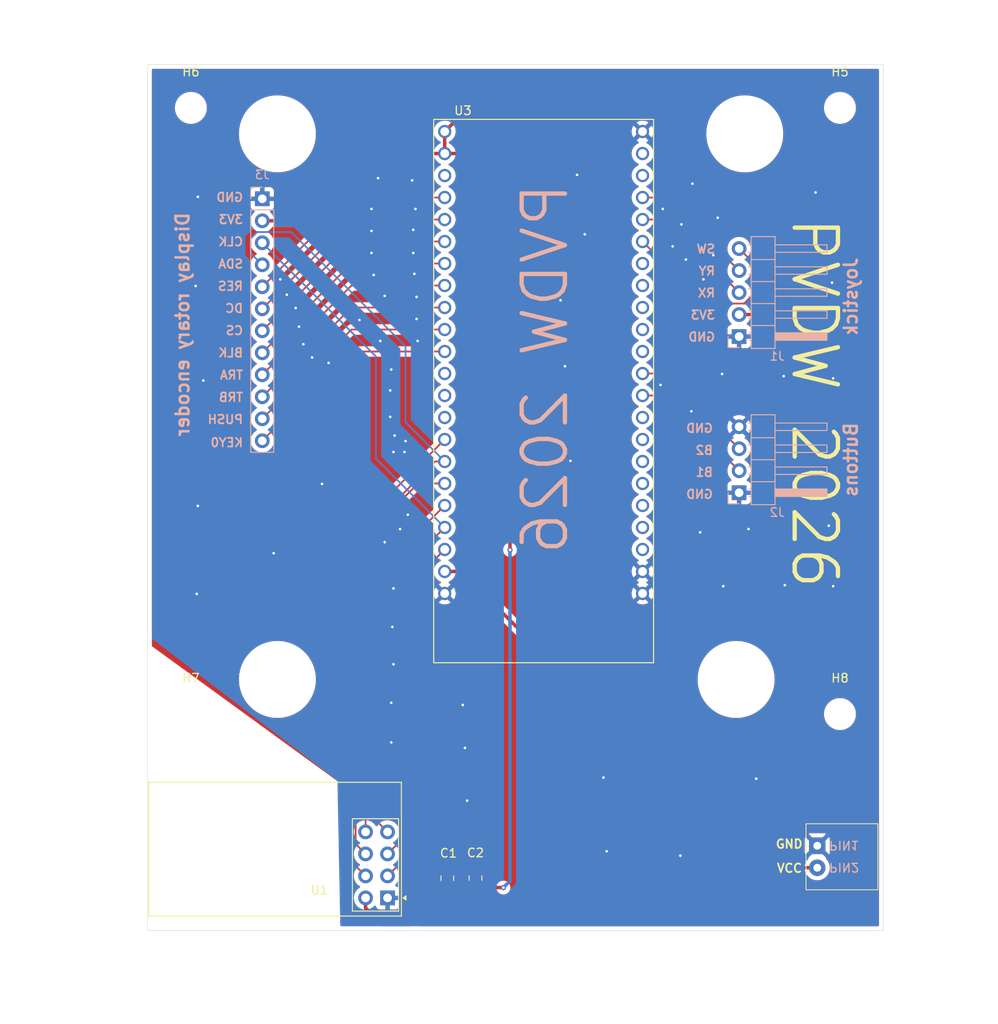
<source format=kicad_pcb>
(kicad_pcb (version 20241229) (generator "pcbnew") (generator_version "9.0")
  (layers (0 "F.Cu" signal) (2 "B.Cu" signal) (13 "F.Paste" user) (15 "B.Paste" user) (5 "F.SilkS" user "F.Silkscreen") (7 "B.SilkS" user "B.Silkscreen") (1 "F.Mask" user) (3 "B.Mask" user) (25 "Edge.Cuts" user))
  (net 0 "")
  (net 1 "+3.3V")
  (net 2 "GND")
  (net 3 "+5V")
  (net 4 "/PUSH")
  (net 5 "/TRB")
  (net 6 "/TRA")
  (net 7 "/NRF_CLK")
  (net 8 "/BLK")
  (net 9 "/RES")
  (net 10 "/NRF_MOSI")
  (net 11 "/DC")
  (net 12 "/CS")
  (net 13 "/NRF_CE")
  (net 14 "/NRF_IRQ")
  (net 15 "/NRF_MISO")
  (net 16 "/NRF_CSN")
  (net 34 "/RX")
  (net 35 "/RY")
  (net 36 "/SW")
  (net 37 "/B1")
  (net 38 "/B2")
  (net 39 "/KEY0")
  (footprint "MountingHole:MountingHole_3.2mm_M3" (layer "F.Cu") (at 165 47)
    (property "Reference" "H5" (at 0 -4.15 0) (layer "F.SilkS"))
    (property "Value" "MountingHole")
    (pad "" np_thru_hole circle (at 0 0) (size 3.2 3.2) (drill 3.2) (layers "*.Cu" "*.Mask"))
  )
  (footprint "PVDW_custom:nRF24L01_Breakout" (layer "F.Cu") (at 112.7252 138.2268 180)
    (property "Reference" "U1" (at 7.874 0.889 0) (layer "F.SilkS"))
    (property "Value" "NRF24L01_Breakout")
    (fp_line (start 27.6 13.35) (end -1.6 13.35) (stroke (width 0.12)) (layer "F.SilkS"))
    (fp_line (start 27.6 -2.1) (end 27.6 13.35) (stroke (width 0.12)) (layer "F.SilkS"))
    (fp_line (start 4.064 9.144) (end -1.27 9.144) (stroke (width 0.12)) (layer "F.SilkS"))
    (fp_line (start 4.064 -1.524) (end 4.064 9.144) (stroke (width 0.12)) (layer "F.SilkS"))
    (fp_line (start -1.27 9.144) (end -1.27 9.144) (stroke (width 0.12)) (layer "F.SilkS"))
    (fp_line (start -1.27 9.144) (end -1.27 -1.524) (stroke (width 0.12)) (layer "F.SilkS"))
    (fp_line (start -1.27 -1.524) (end 4.064 -1.524) (stroke (width 0.12)) (layer "F.SilkS"))
    (fp_line (start -1.27 -1.524) (end -1.27 -1.524) (stroke (width 0.12)) (layer "F.SilkS"))
    (fp_line (start -1.6 13.35) (end -1.6 -2.1) (stroke (width 0.12)) (layer "F.SilkS"))
    (fp_line (start -1.6 -2.1) (end 27.6 -2.1) (stroke (width 0.12)) (layer "F.SilkS"))
    (fp_line (start -1.6 -2.1) (end -1.6 -2.1) (stroke (width 0.12)) (layer "F.SilkS"))
    (fp_poly (pts (xy -1.8 0) (xy -2.136 0.24) (xy -2.136 -0.24) (xy -1.8 0)) (stroke (width 0.12)) (fill yes) (layer "F.SilkS"))
    (pad "1" thru_hole rect (at 0 0 180) (size 1.7 1.7) (drill 1) (layers "*.Cu" "*.Mask") (net 2 "GND"))
    (pad "2" thru_hole circle (at 2.54 0 180) (size 1.7 1.7) (drill 1) (layers "*.Cu" "*.Mask") (net 1 "+3.3V"))
    (pad "3" thru_hole circle (at 0 2.54 180) (size 1.7 1.7) (drill 1) (layers "*.Cu" "*.Mask") (net 13 "/NRF_CE"))
    (pad "4" thru_hole circle (at 2.54 2.54 180) (size 1.7 1.7) (drill 1) (layers "*.Cu" "*.Mask") (net 16 "/NRF_CSN"))
    (pad "5" thru_hole circle (at 0 5.08 180) (size 1.7 1.7) (drill 1) (layers "*.Cu" "*.Mask") (net 7 "/NRF_CLK"))
    (pad "6" thru_hole circle (at 2.54 5.08 180) (size 1.7 1.7) (drill 1) (layers "*.Cu" "*.Mask") (net 10 "/NRF_MOSI"))
    (pad "7" thru_hole circle (at 0 7.62 180) (size 1.7 1.7) (drill 1) (layers "*.Cu" "*.Mask") (net 15 "/NRF_MISO"))
    (pad "8" thru_hole circle (at 2.54 7.62 180) (size 1.7 1.7) (drill 1) (layers "*.Cu" "*.Mask") (net 14 "/NRF_IRQ"))
  )
  (footprint "MountingHole:MountingHole_8.4mm_M8" (layer "F.Cu") (at 153 113)
    (property "Reference" "H3" (hide yes))
    (property "Value" "MountingHole" (hide yes))
    (pad "" np_thru_hole circle (at 0 0) (size 8.4 8.4) (drill 8.4) (layers "*.Cu" "*.Mask"))
  )
  (footprint "Capacitor_SMD:C_0805_2012Metric_Pad1.18x1.45mm_HandSolder" (layer "F.Cu") (at 122.8852 135.9408 90)
    (property "Reference" "C2" (at 2.921 0 0) (layer "F.SilkS"))
    (property "Value" "100N" (hide yes))
    (fp_line (start -0.261252 -0.735) (end 0.261252 -0.735) (stroke (width 0.12)) (layer "F.SilkS"))
    (fp_line (start -0.261252 0.735) (end 0.261252 0.735) (stroke (width 0.12)) (layer "F.SilkS"))
    (pad "1" smd roundrect (at -1.0375 0 90) (size 1.175 1.45) (layers "F.Cu" "F.Mask" "F.Paste") (roundrect_rratio 0.212766) (net 1 "+3.3V"))
    (pad "2" smd roundrect (at 1.0375 0 90) (size 1.175 1.45) (layers "F.Cu" "F.Mask" "F.Paste") (roundrect_rratio 0.212766) (net 2 "GND"))
  )
  (footprint "MountingHole:MountingHole_8.4mm_M8" (layer "F.Cu") (at 100 50)
    (property "Reference" "H1" (hide yes))
    (property "Value" "MountingHole" (hide yes))
    (pad "" np_thru_hole circle (at 0 0) (size 8.4 8.4) (drill 8.4) (layers "*.Cu" "*.Mask"))
  )
  (footprint "MountingHole:MountingHole_3.2mm_M3" (layer "F.Cu") (at 165 117)
    (property "Reference" "H8" (at 0 -4.15 0) (layer "F.SilkS"))
    (property "Value" "MountingHole")
    (pad "" np_thru_hole circle (at 0 0) (size 3.2 3.2) (drill 3.2) (layers "*.Cu" "*.Mask"))
  )
  (footprint "MountingHole:MountingHole_3.2mm_M3" (layer "F.Cu") (at 90 47)
    (property "Reference" "H6" (at 0 -4.15 0) (layer "F.SilkS"))
    (property "Value" "MountingHole")
    (pad "" np_thru_hole circle (at 0 0) (size 3.2 3.2) (drill 3.2) (layers "*.Cu" "*.Mask"))
  )
  (footprint "MountingHole:MountingHole_8.4mm_M8" (layer "F.Cu") (at 100 113)
    (property "Reference" "H4" (hide yes))
    (property "Value" "MountingHole" (hide yes))
    (pad "" np_thru_hole circle (at 0 0) (size 8.4 8.4) (drill 8.4) (layers "*.Cu" "*.Mask"))
  )
  (footprint "MountingHole:MountingHole_8.4mm_M8" (layer "F.Cu") (at 154 50)
    (property "Reference" "H2" (hide yes))
    (property "Value" "MountingHole" (hide yes))
    (pad "" np_thru_hole circle (at 0 0) (size 8.4 8.4) (drill 8.4) (layers "*.Cu" "*.Mask"))
  )
  (footprint "PVDW_custom:Connector_1x2_p2.54_horizontal" (layer "F.Cu") (at 162.377 132.207 180)
    (property "Reference" "U2" (hide yes))
    (property "Value" "CON**" (hide yes))
    (fp_rect (start -7 -5.08) (end 1.3 2.54) (stroke (width 0.1)) (fill no) (layer "F.SilkS"))
    (fp_text user "PIN1" (at -1.27 0.635 180) (layer "B.SilkS") (effects (justify left bottom mirror)))
    (fp_text user "PIN2" (at -1.27 -1.905 180) (layer "B.SilkS") (effects (justify left bottom mirror)))
    (pad "1" thru_hole circle (at 0 -2.54 180.9) (size 1.905 1.905) (drill 0.9) (layers "*.Cu" "*.Mask") (net 3 "+5V"))
    (pad "2" thru_hole roundrect (at 0 0 180) (size 1.905 1.905) (drill 0.9) (layers "*.Cu" "*.Mask") (roundrect_rratio 0.15) (net 2 "GND"))
  )
  (footprint "Capacitor_SMD:C_0805_2012Metric_Pad1.18x1.45mm_HandSolder" (layer "F.Cu") (at 119.634 135.9623 90)
    (property "Reference" "C1" (at 2.8995 0.127 0) (layer "F.SilkS"))
    (property "Value" "4u7" (hide yes))
    (fp_line (start -0.261252 -0.735) (end 0.261252 -0.735) (stroke (width 0.12)) (layer "F.SilkS"))
    (fp_line (start -0.261252 0.735) (end 0.261252 0.735) (stroke (width 0.12)) (layer "F.SilkS"))
    (pad "1" smd roundrect (at -1.0375 0 90) (size 1.175 1.45) (layers "F.Cu" "F.Mask" "F.Paste") (roundrect_rratio 0.212766) (net 1 "+3.3V"))
    (pad "2" smd roundrect (at 1.0375 0 90) (size 1.175 1.45) (layers "F.Cu" "F.Mask" "F.Paste") (roundrect_rratio 0.212766) (net 2 "GND"))
  )
  (footprint "PVDW_custom:MODULE_ESP32-S3-DEVKITC-1U-N8R8" (layer "F.Cu") (at 130.7592 79.7032)
    (property "Reference" "U3" (at -9.325 -32.385 0) (layer "F.SilkS"))
    (property "Value" "ESP32-S3-DEVKITC-1U-N8R8")
    (fp_line (start -12.7 -31.37) (end 12.7 -31.37) (stroke (width 0.127)) (layer "F.SilkS"))
    (fp_line (start -12.7 31.37) (end -12.7 -31.37) (stroke (width 0.127)) (layer "F.SilkS"))
    (fp_line (start 12.7 -31.37) (end 12.7 31.37) (stroke (width 0.127)) (layer "F.SilkS"))
    (fp_line (start 12.7 31.37) (end -12.7 31.37) (stroke (width 0.127)) (layer "F.SilkS"))
    (pad "J1_1" thru_hole circle (at -11.43 -29.97) (size 1.53 1.53) (drill 1.02) (layers "*.Cu" "*.Mask") (net 1 "+3.3V"))
    (pad "J1_2" thru_hole circle (at -11.43 -27.43) (size 1.53 1.53) (drill 1.02) (layers "*.Cu" "*.Mask") (net 1 "+3.3V"))
    (pad "J1_3" thru_hole circle (at -11.43 -24.89) (size 1.53 1.53) (drill 1.02) (layers "*.Cu" "*.Mask"))
    (pad "J1_4" thru_hole circle (at -11.43 -22.35) (size 1.53 1.53) (drill 1.02) (layers "*.Cu" "*.Mask") (net 9 "/RES"))
    (pad "J1_5" thru_hole circle (at -11.43 -19.81) (size 1.53 1.53) (drill 1.02) (layers "*.Cu" "*.Mask") (net 11 "/DC"))
    (pad "J1_6" thru_hole circle (at -11.43 -17.27) (size 1.53 1.53) (drill 1.02) (layers "*.Cu" "*.Mask") (net 12 "/CS"))
    (pad "J1_7" thru_hole circle (at -11.43 -14.73) (size 1.53 1.53) (drill 1.02) (layers "*.Cu" "*.Mask") (net 8 "/BLK"))
    (pad "J1_8" thru_hole circle (at -11.43 -12.19) (size 1.53 1.53) (drill 1.02) (layers "*.Cu" "*.Mask") (net 6 "/TRA"))
    (pad "J1_9" thru_hole circle (at -11.43 -9.65) (size 1.53 1.53) (drill 1.02) (layers "*.Cu" "*.Mask") (net 5 "/TRB"))
    (pad "J1_10" thru_hole circle (at -11.43 -7.11) (size 1.53 1.53) (drill 1.02) (layers "*.Cu" "*.Mask") (net 4 "/PUSH"))
    (pad "J1_11" thru_hole circle (at -11.43 -4.57) (size 1.53 1.53) (drill 1.02) (layers "*.Cu" "*.Mask") (net 39 "/KEY0"))
    (pad "J1_12" thru_hole circle (at -11.43 -2.03) (size 1.53 1.53) (drill 1.02) (layers "*.Cu" "*.Mask"))
    (pad "J1_13" thru_hole circle (at -11.43 0.51) (size 1.53 1.53) (drill 1.02) (layers "*.Cu" "*.Mask"))
    (pad "J1_14" thru_hole circle (at -11.43 3.05) (size 1.53 1.53) (drill 1.02) (layers "*.Cu" "*.Mask"))
    (pad "J1_15" thru_hole circle (at -11.43 5.59) (size 1.53 1.53) (drill 1.02) (layers "*.Cu" "*.Mask") (net 16 "/NRF_CSN"))
    (pad "J1_16" thru_hole circle (at -11.43 8.13) (size 1.53 1.53) (drill 1.02) (layers "*.Cu" "*.Mask") (net 10 "/NRF_MOSI"))
    (pad "J1_17" thru_hole circle (at -11.43 10.67) (size 1.53 1.53) (drill 1.02) (layers "*.Cu" "*.Mask") (net 14 "/NRF_IRQ"))
    (pad "J1_18" thru_hole circle (at -11.43 13.21) (size 1.53 1.53) (drill 1.02) (layers "*.Cu" "*.Mask") (net 15 "/NRF_MISO"))
    (pad "J1_19" thru_hole circle (at -11.43 15.75) (size 1.53 1.53) (drill 1.02) (layers "*.Cu" "*.Mask") (net 7 "/NRF_CLK"))
    (pad "J1_20" thru_hole circle (at -11.43 18.29) (size 1.53 1.53) (drill 1.02) (layers "*.Cu" "*.Mask") (net 13 "/NRF_CE"))
    (pad "J1_21" thru_hole circle (at -11.43 20.83) (size 1.53 1.53) (drill 1.02) (layers "*.Cu" "*.Mask") (net 3 "+5V"))
    (pad "J1_22" thru_hole circle (at -11.43 23.37) (size 1.53 1.53) (drill 1.02) (layers "*.Cu" "*.Mask") (net 2 "GND"))
    (pad "J3_1" thru_hole circle (at 11.43 -29.97) (size 1.53 1.53) (drill 1.02) (layers "*.Cu" "*.Mask") (net 2 "GND"))
    (pad "J3_2" thru_hole circle (at 11.43 -27.43) (size 1.53 1.53) (drill 1.02) (layers "*.Cu" "*.Mask"))
    (pad "J3_3" thru_hole circle (at 11.43 -24.89) (size 1.53 1.53) (drill 1.02) (layers "*.Cu" "*.Mask"))
    (pad "J3_4" thru_hole circle (at 11.43 -22.35) (size 1.53 1.53) (drill 1.02) (layers "*.Cu" "*.Mask") (net 35 "/RY"))
    (pad "J3_5" thru_hole circle (at 11.43 -19.81) (size 1.53 1.53) (drill 1.02) (layers "*.Cu" "*.Mask") (net 34 "/RX"))
    (pad "J3_6" thru_hole circle (at 11.43 -17.27) (size 1.53 1.53) (drill 1.02) (layers "*.Cu" "*.Mask") (net 36 "/SW"))
    (pad "J3_7" thru_hole circle (at 11.43 -14.73) (size 1.53 1.53) (drill 1.02) (layers "*.Cu" "*.Mask"))
    (pad "J3_8" thru_hole circle (at 11.43 -12.19) (size 1.53 1.53) (drill 1.02) (layers "*.Cu" "*.Mask"))
    (pad "J3_9" thru_hole circle (at 11.43 -9.65) (size 1.53 1.53) (drill 1.02) (layers "*.Cu" "*.Mask"))
    (pad "J3_10" thru_hole circle (at 11.43 -7.11) (size 1.53 1.53) (drill 1.02) (layers "*.Cu" "*.Mask"))
    (pad "J3_11" thru_hole circle (at 11.43 -4.57) (size 1.53 1.53) (drill 1.02) (layers "*.Cu" "*.Mask"))
    (pad "J3_12" thru_hole circle (at 11.43 -2.03) (size 1.53 1.53) (drill 1.02) (layers "*.Cu" "*.Mask") (net 38 "/B2"))
    (pad "J3_13" thru_hole circle (at 11.43 0.51) (size 1.53 1.53) (drill 1.02) (layers "*.Cu" "*.Mask") (net 37 "/B1"))
    (pad "J3_14" thru_hole circle (at 11.43 3.05) (size 1.53 1.53) (drill 1.02) (layers "*.Cu" "*.Mask"))
    (pad "J3_15" thru_hole circle (at 11.43 5.59) (size 1.53 1.53) (drill 1.02) (layers "*.Cu" "*.Mask"))
    (pad "J3_16" thru_hole circle (at 11.43 8.13) (size 1.53 1.53) (drill 1.02) (layers "*.Cu" "*.Mask"))
    (pad "J3_17" thru_hole circle (at 11.43 10.67) (size 1.53 1.53) (drill 1.02) (layers "*.Cu" "*.Mask"))
    (pad "J3_18" thru_hole circle (at 11.43 13.21) (size 1.53 1.53) (drill 1.02) (layers "*.Cu" "*.Mask"))
    (pad "J3_19" thru_hole circle (at 11.43 15.75) (size 1.53 1.53) (drill 1.02) (layers "*.Cu" "*.Mask"))
    (pad "J3_20" thru_hole circle (at 11.43 18.29) (size 1.53 1.53) (drill 1.02) (layers "*.Cu" "*.Mask"))
    (pad "J3_21" thru_hole circle (at 11.43 20.83) (size 1.53 1.53) (drill 1.02) (layers "*.Cu" "*.Mask") (net 2 "GND"))
    (pad "J3_22" thru_hole circle (at 11.43 23.37) (size 1.53 1.53) (drill 1.02) (layers "*.Cu" "*.Mask") (net 2 "GND"))
  )
  (footprint "MountingHole:MountingHole_3.2mm_M3" (layer "F.Cu") (at 90 117)
    (property "Reference" "H7" (at 0 -4.15 0) (layer "F.SilkS"))
    (property "Value" "MountingHole")
    (pad "" np_thru_hole circle (at 0 0) (size 3.2 3.2) (drill 3.2) (layers "*.Cu" "*.Mask"))
  )
  (footprint "Connector_PinHeader_2.54mm:PinHeader_1x05_P2.54mm_Horizontal" (layer "B.Cu") (at 153.349 73.406)
    (property "Reference" "J1" (at 4.385 2.27 0) (layer "B.SilkS") (effects (justify mirror)))
    (property "Value" "Conn_01x05_Pin")
    (fp_line (start -1.27 0) (end -1.27 1.27) (stroke (width 0.12)) (layer "B.SilkS"))
    (fp_line (start -1.27 1.27) (end 0 1.27) (stroke (width 0.12)) (layer "B.SilkS"))
    (fp_line (start 1.077358 -10.59) (end 1.39 -10.59) (stroke (width 0.12)) (layer "B.SilkS"))
    (fp_line (start 1.077358 -9.73) (end 1.39 -9.73) (stroke (width 0.12)) (layer "B.SilkS"))
    (fp_line (start 1.077358 -8.05) (end 1.39 -8.05) (stroke (width 0.12)) (layer "B.SilkS"))
    (fp_line (start 1.077358 -7.19) (end 1.39 -7.19) (stroke (width 0.12)) (layer "B.SilkS"))
    (fp_line (start 1.077358 -5.51) (end 1.39 -5.51) (stroke (width 0.12)) (layer "B.SilkS"))
    (fp_line (start 1.077358 -4.65) (end 1.39 -4.65) (stroke (width 0.12)) (layer "B.SilkS"))
    (fp_line (start 1.077358 -2.97) (end 1.39 -2.97) (stroke (width 0.12)) (layer "B.SilkS"))
    (fp_line (start 1.077358 -2.11) (end 1.39 -2.11) (stroke (width 0.12)) (layer "B.SilkS"))
    (fp_line (start 1.16 -0.43) (end 1.39 -0.43) (stroke (width 0.12)) (layer "B.SilkS"))
    (fp_line (start 1.16 0.43) (end 1.39 0.43) (stroke (width 0.12)) (layer "B.SilkS"))
    (fp_line (start 1.39 -11.54) (end 4.15 -11.54) (stroke (width 0.12)) (layer "B.SilkS"))
    (fp_line (start 1.39 -8.89) (end 4.15 -8.89) (stroke (width 0.12)) (layer "B.SilkS"))
    (fp_line (start 1.39 -6.35) (end 4.15 -6.35) (stroke (width 0.12)) (layer "B.SilkS"))
    (fp_line (start 1.39 -3.81) (end 4.15 -3.81) (stroke (width 0.12)) (layer "B.SilkS"))
    (fp_line (start 1.39 -1.27) (end 4.15 -1.27) (stroke (width 0.12)) (layer "B.SilkS"))
    (fp_line (start 1.39 1.38) (end 1.39 -11.54) (stroke (width 0.12)) (layer "B.SilkS"))
    (fp_line (start 4.15 -11.54) (end 4.15 1.38) (stroke (width 0.12)) (layer "B.SilkS"))
    (fp_line (start 4.15 -9.73) (end 10.15 -9.73) (stroke (width 0.12)) (layer "B.SilkS"))
    (fp_line (start 4.15 -7.19) (end 10.15 -7.19) (stroke (width 0.12)) (layer "B.SilkS"))
    (fp_line (start 4.15 -4.65) (end 10.15 -4.65) (stroke (width 0.12)) (layer "B.SilkS"))
    (fp_line (start 4.15 -2.11) (end 10.15 -2.11) (stroke (width 0.12)) (layer "B.SilkS"))
    (fp_line (start 4.15 1.38) (end 1.39 1.38) (stroke (width 0.12)) (layer "B.SilkS"))
    (fp_line (start 10.15 -10.59) (end 4.15 -10.59) (stroke (width 0.12)) (layer "B.SilkS"))
    (fp_line (start 10.15 -9.73) (end 10.15 -10.59) (stroke (width 0.12)) (layer "B.SilkS"))
    (fp_line (start 10.15 -8.05) (end 4.15 -8.05) (stroke (width 0.12)) (layer "B.SilkS"))
    (fp_line (start 10.15 -7.19) (end 10.15 -8.05) (stroke (width 0.12)) (layer "B.SilkS"))
    (fp_line (start 10.15 -5.51) (end 4.15 -5.51) (stroke (width 0.12)) (layer "B.SilkS"))
    (fp_line (start 10.15 -4.65) (end 10.15 -5.51) (stroke (width 0.12)) (layer "B.SilkS"))
    (fp_line (start 10.15 -2.97) (end 4.15 -2.97) (stroke (width 0.12)) (layer "B.SilkS"))
    (fp_line (start 10.15 -2.11) (end 10.15 -2.97) (stroke (width 0.12)) (layer "B.SilkS"))
    (fp_rect (start 4.15 0.43) (end 10.15 -0.43) (stroke (width 0.12)) (fill yes) (layer "B.SilkS"))
    (pad "1" thru_hole rect (at 0 0) (size 1.7 1.7) (drill 1) (layers "*.Cu" "*.Mask") (net 2 "GND"))
    (pad "2" thru_hole circle (at 0 -2.54) (size 1.7 1.7) (drill 1) (layers "*.Cu" "*.Mask") (net 1 "+3.3V"))
    (pad "3" thru_hole circle (at 0 -5.08) (size 1.7 1.7) (drill 1) (layers "*.Cu" "*.Mask") (net 34 "/RX"))
    (pad "4" thru_hole circle (at 0 -7.62) (size 1.7 1.7) (drill 1) (layers "*.Cu" "*.Mask") (net 35 "/RY"))
    (pad "5" thru_hole circle (at 0 -10.16) (size 1.7 1.7) (drill 1) (layers "*.Cu" "*.Mask") (net 36 "/SW"))
  )
  (footprint "Connector_PinSocket_2.54mm:PinSocket_1x12_P2.54mm_Vertical" (layer "B.Cu") (at 98.25 57.5 180)
    (property "Reference" "J3" (at 0 2.77 0) (layer "B.SilkS") (effects (justify mirror)))
    (property "Value" "Conn_01x12_Pin")
    (fp_line (start 1.33 1.33) (end 1.33 0) (stroke (width 0.12)) (layer "B.SilkS"))
    (fp_line (start 1.33 -1.27) (end 1.33 -29.27) (stroke (width 0.12)) (layer "B.SilkS"))
    (fp_line (start 0 1.33) (end 1.33 1.33) (stroke (width 0.12)) (layer "B.SilkS"))
    (fp_line (start -1.33 -1.27) (end 1.33 -1.27) (stroke (width 0.12)) (layer "B.SilkS"))
    (fp_line (start -1.33 -1.27) (end -1.33 -29.27) (stroke (width 0.12)) (layer "B.SilkS"))
    (fp_line (start -1.33 -29.27) (end 1.33 -29.27) (stroke (width 0.12)) (layer "B.SilkS"))
    (pad "1" thru_hole rect (at 0 0 180) (size 1.7 1.7) (drill 1) (layers "*.Cu" "*.Mask") (net 2 "GND"))
    (pad "2" thru_hole circle (at 0 -2.54 180) (size 1.7 1.7) (drill 1) (layers "*.Cu" "*.Mask") (net 1 "+3.3V"))
    (pad "3" thru_hole circle (at 0 -5.08 180) (size 1.7 1.7) (drill 1) (layers "*.Cu" "*.Mask") (net 7 "/NRF_CLK"))
    (pad "4" thru_hole circle (at 0 -7.62 180) (size 1.7 1.7) (drill 1) (layers "*.Cu" "*.Mask") (net 10 "/NRF_MOSI"))
    (pad "5" thru_hole circle (at 0 -10.16 180) (size 1.7 1.7) (drill 1) (layers "*.Cu" "*.Mask") (net 9 "/RES"))
    (pad "6" thru_hole circle (at 0 -12.7 180) (size 1.7 1.7) (drill 1) (layers "*.Cu" "*.Mask") (net 11 "/DC"))
    (pad "7" thru_hole circle (at 0 -15.24 180) (size 1.7 1.7) (drill 1) (layers "*.Cu" "*.Mask") (net 12 "/CS"))
    (pad "8" thru_hole circle (at 0 -17.78 180) (size 1.7 1.7) (drill 1) (layers "*.Cu" "*.Mask") (net 8 "/BLK"))
    (pad "9" thru_hole circle (at 0 -20.32 180) (size 1.7 1.7) (drill 1) (layers "*.Cu" "*.Mask") (net 6 "/TRA"))
    (pad "10" thru_hole circle (at 0 -22.86 180) (size 1.7 1.7) (drill 1) (layers "*.Cu" "*.Mask") (net 5 "/TRB"))
    (pad "11" thru_hole circle (at 0 -25.4 180) (size 1.7 1.7) (drill 1) (layers "*.Cu" "*.Mask") (net 4 "/PUSH"))
    (pad "12" thru_hole circle (at 0 -27.94 180) (size 1.7 1.7) (drill 1) (layers "*.Cu" "*.Mask") (net 39 "/KEY0"))
  )
  (footprint "Connector_PinHeader_2.54mm:PinHeader_1x04_P2.54mm_Horizontal" (layer "B.Cu") (at 153.349 91.44)
    (property "Reference" "J2" (at 4.385 2.27 0) (layer "B.SilkS") (effects (justify mirror)))
    (property "Value" "Conn_01x04_Pin")
    (fp_line (start -1.27 0) (end -1.27 1.27) (stroke (width 0.12)) (layer "B.SilkS"))
    (fp_line (start -1.27 1.27) (end 0 1.27) (stroke (width 0.12)) (layer "B.SilkS"))
    (fp_line (start 1.077358 -8.05) (end 1.39 -8.05) (stroke (width 0.12)) (layer "B.SilkS"))
    (fp_line (start 1.077358 -7.19) (end 1.39 -7.19) (stroke (width 0.12)) (layer "B.SilkS"))
    (fp_line (start 1.077358 -5.51) (end 1.39 -5.51) (stroke (width 0.12)) (layer "B.SilkS"))
    (fp_line (start 1.077358 -4.65) (end 1.39 -4.65) (stroke (width 0.12)) (layer "B.SilkS"))
    (fp_line (start 1.077358 -2.97) (end 1.39 -2.97) (stroke (width 0.12)) (layer "B.SilkS"))
    (fp_line (start 1.077358 -2.11) (end 1.39 -2.11) (stroke (width 0.12)) (layer "B.SilkS"))
    (fp_line (start 1.16 -0.43) (end 1.39 -0.43) (stroke (width 0.12)) (layer "B.SilkS"))
    (fp_line (start 1.16 0.43) (end 1.39 0.43) (stroke (width 0.12)) (layer "B.SilkS"))
    (fp_line (start 1.39 -9) (end 4.15 -9) (stroke (width 0.12)) (layer "B.SilkS"))
    (fp_line (start 1.39 -6.35) (end 4.15 -6.35) (stroke (width 0.12)) (layer "B.SilkS"))
    (fp_line (start 1.39 -3.81) (end 4.15 -3.81) (stroke (width 0.12)) (layer "B.SilkS"))
    (fp_line (start 1.39 -1.27) (end 4.15 -1.27) (stroke (width 0.12)) (layer "B.SilkS"))
    (fp_line (start 1.39 1.38) (end 1.39 -9) (stroke (width 0.12)) (layer "B.SilkS"))
    (fp_line (start 4.15 -9) (end 4.15 1.38) (stroke (width 0.12)) (layer "B.SilkS"))
    (fp_line (start 4.15 -7.19) (end 10.15 -7.19) (stroke (width 0.12)) (layer "B.SilkS"))
    (fp_line (start 4.15 -4.65) (end 10.15 -4.65) (stroke (width 0.12)) (layer "B.SilkS"))
    (fp_line (start 4.15 -2.11) (end 10.15 -2.11) (stroke (width 0.12)) (layer "B.SilkS"))
    (fp_line (start 4.15 1.38) (end 1.39 1.38) (stroke (width 0.12)) (layer "B.SilkS"))
    (fp_line (start 10.15 -8.05) (end 4.15 -8.05) (stroke (width 0.12)) (layer "B.SilkS"))
    (fp_line (start 10.15 -7.19) (end 10.15 -8.05) (stroke (width 0.12)) (layer "B.SilkS"))
    (fp_line (start 10.15 -5.51) (end 4.15 -5.51) (stroke (width 0.12)) (layer "B.SilkS"))
    (fp_line (start 10.15 -4.65) (end 10.15 -5.51) (stroke (width 0.12)) (layer "B.SilkS"))
    (fp_line (start 10.15 -2.97) (end 4.15 -2.97) (stroke (width 0.12)) (layer "B.SilkS"))
    (fp_line (start 10.15 -2.11) (end 10.15 -2.97) (stroke (width 0.12)) (layer "B.SilkS"))
    (fp_rect (start 4.15 0.43) (end 10.15 -0.43) (stroke (width 0.12)) (fill yes) (layer "B.SilkS"))
    (pad "1" thru_hole rect (at 0 0) (size 1.7 1.7) (drill 1) (layers "*.Cu" "*.Mask") (net 2 "GND"))
    (pad "2" thru_hole circle (at 0 -2.54) (size 1.7 1.7) (drill 1) (layers "*.Cu" "*.Mask") (net 37 "/B1"))
    (pad "3" thru_hole circle (at 0 -5.08) (size 1.7 1.7) (drill 1) (layers "*.Cu" "*.Mask") (net 38 "/B2"))
    (pad "4" thru_hole circle (at 0 -7.62) (size 1.7 1.7) (drill 1) (layers "*.Cu" "*.Mask") (net 2 "GND"))
  )
  (gr_rect (start 85 42) (end 170 142) (stroke (width 0.05)) (fill no) (layer "Edge.Cuts"))
  (gr_text "GND" (at 157.48 132.588 0) (layer "F.SilkS") (effects (font (size 1 1) (thickness 0.2) (bold yes)) (justify left bottom)))
  (gr_text "PVDW 2026" (at 159.131 59.309 270) (layer "F.SilkS") (effects (font (size 5 5) (thickness 0.5)) (justify left bottom)))
  (gr_text "VCC" (at 157.607 135.382 0) (layer "F.SilkS") (effects (font (size 1 1) (thickness 0.2) (bold yes)) (justify left bottom)))
  (gr_text "GND" (at 150.428 84.582 0) (layer "B.SilkS") (effects (font (size 1 1) (thickness 0.2) (bold yes)) (justify left bottom mirror)))
  (gr_text "PVDW 2026" (at 133.858 55.372 90) (layer "B.SilkS") (effects (font (size 5 5) (thickness 0.5)) (justify left bottom mirror)))
  (gr_text "GND" (at 96.139 57.912 0) (layer "B.SilkS") (effects (font (size 1 1) (thickness 0.2) (bold yes)) (justify left bottom mirror)))
  (gr_text "RES" (at 96.139 68.1736 0) (layer "B.SilkS") (effects (font (size 1 1) (thickness 0.2) (bold yes)) (justify left bottom mirror)))
  (gr_text "GND" (at 150.682 74.041 0) (layer "B.SilkS") (effects (font (size 1 1) (thickness 0.2) (bold yes)) (justify left bottom mirror)))
  (gr_text "CS" (at 96.139 73.3044 0) (layer "B.SilkS") (effects (font (size 1 1) (thickness 0.2) (bold yes)) (justify left bottom mirror)))
  (gr_text "Buttons" (at 167.132 83.185 90) (layer "B.SilkS") (effects (font (size 1.5 1.5) (thickness 0.3) (bold yes)) (justify left bottom mirror)))
  (gr_text "B1" (at 150.428 89.662 0) (layer "B.SilkS") (effects (font (size 1 1) (thickness 0.2) (bold yes)) (justify left bottom mirror)))
  (gr_text "CLK" (at 96.139 63.0428 0) (layer "B.SilkS") (effects (font (size 1 1) (thickness 0.2) (bold yes)) (justify left bottom mirror)))
  (gr_text "KEY0" (at 96.139 86.233 0) (layer "B.SilkS") (effects (font (size 1 1) (thickness 0.2) (bold yes)) (justify left bottom mirror)))
  (gr_text "DC" (at 96.139 70.739 0) (layer "B.SilkS") (effects (font (size 1 1) (thickness 0.2) (bold yes)) (justify left bottom mirror)))
  (gr_text "TRB" (at 96.139 81.0006 0) (layer "B.SilkS") (effects (font (size 1 1) (thickness 0.2) (bold yes)) (justify left bottom mirror)))
  (gr_text "3V3" (at 96.139 60.4774 0) (layer "B.SilkS") (effects (font (size 1 1) (thickness 0.2) (bold yes)) (justify left bottom mirror)))
  (gr_text "Display rotary encoder" (at 89.916 58.928 90) (layer "B.SilkS") (effects (font (size 1.5 1.5) (thickness 0.3) (bold yes)) (justify left bottom mirror)))
  (gr_text "GND" (at 150.428 92.202 0) (layer "B.SilkS") (effects (font (size 1 1) (thickness 0.2) (bold yes)) (justify left bottom mirror)))
  (gr_text "BLK" (at 96.139 75.8698 0) (layer "B.SilkS") (effects (font (size 1 1) (thickness 0.2) (bold yes)) (justify left bottom mirror)))
  (gr_text "TRA" (at 96.139 78.4352 0) (layer "B.SilkS") (effects (font (size 1 1) (thickness 0.2) (bold yes)) (justify left bottom mirror)))
  (gr_text "3V3" (at 150.682 71.501 0) (layer "B.SilkS") (effects (font (size 1 1) (thickness 0.2) (bold yes)) (justify left bottom mirror)))
  (gr_text "SDA" (at 96.139 65.6082 0) (layer "B.SilkS") (effects (font (size 1 1) (thickness 0.2) (bold yes)) (justify left bottom mirror)))
  (gr_text "Joystick" (at 167.132 64.135 90) (layer "B.SilkS") (effects (font (size 1.5 1.5) (thickness 0.3) (bold yes)) (justify left bottom mirror)))
  (gr_text "B2" (at 150.428 87.122 0) (layer "B.SilkS") (effects (font (size 1 1) (thickness 0.2) (bold yes)) (justify left bottom mirror)))
  (gr_text "RY" (at 150.682 66.421 0) (layer "B.SilkS") (effects (font (size 1 1) (thickness 0.2) (bold yes)) (justify left bottom mirror)))
  (gr_text "RX" (at 150.682 68.961 0) (layer "B.SilkS") (effects (font (size 1 1) (thickness 0.2) (bold yes)) (justify left bottom mirror)))
  (gr_text "SW" (at 150.682 63.881 0) (layer "B.SilkS") (effects (font (size 1 1) (thickness 0.2) (bold yes)) (justify left bottom mirror)))
  (gr_text "PUSH" (at 96.139 83.566 0) (layer "B.SilkS") (effects (font (size 1 1) (thickness 0.2) (bold yes)) (justify left bottom mirror)))
  (segment (start 122.1232 52.2732) (end 126.873 57.023) (width 0.4) (layer "F.Cu") (net 1))
  (segment (start 115.3348 141.299) (end 112.089 141.299) (width 0.4) (layer "F.Cu") (net 1))
  (segment (start 119.3292 52.2732) (end 109.9058 52.2732) (width 0.4) (layer "F.Cu") (net 1))
  (segment (start 142.875 46.736) (end 156.972 60.833) (width 0.4) (layer "F.Cu") (net 1))
  (segment (start 119.3292 49.7332) (end 119.3292 52.2732) (width 0.4) (layer "F.Cu") (net 1))
  (segment (start 110.1852 139.3952) (end 110.1852 138.2268) (width 0.4) (layer "F.Cu") (net 1))
  (segment (start 156.083 70.866) (end 153.349 70.866) (width 0.4) (layer "F.Cu") (net 1))
  (segment (start 102.139 60.04) (end 98.25 60.04) (width 0.4) (layer "F.Cu") (net 1))
  (segment (start 122.8852 136.9783) (end 119.6555 136.9783) (width 0.4) (layer "F.Cu") (net 1))
  (segment (start 126.873 57.023) (end 126.873 98.044) (width 0.4) (layer "F.Cu") (net 1))
  (segment (start 122.3264 46.736) (end 142.875 46.736) (width 0.4) (layer "F.Cu") (net 1))
  (segment (start 119.3292 52.2732) (end 122.1232 52.2732) (width 0.4) (layer "F.Cu") (net 1))
  (segment (start 156.972 69.977) (end 156.083 70.866) (width 0.4) (layer "F.Cu") (net 1))
  (segment (start 112.089 141.299) (end 110.1852 139.3952) (width 0.4) (layer "F.Cu") (net 1))
  (segment (start 122.9399 137.033) (end 122.8852 136.9783) (width 0.4) (layer "F.Cu") (net 1))
  (segment (start 119.3292 49.7332) (end 122.3264 46.736) (width 0.4) (layer "F.Cu") (net 1))
  (segment (start 119.634 136.9998) (end 115.3348 141.299) (width 0.4) (layer "F.Cu") (net 1))
  (segment (start 156.972 60.833) (end 156.972 69.977) (width 0.4) (layer "F.Cu") (net 1))
  (segment (start 126.111 137.033) (end 122.9399 137.033) (width 0.4) (layer "F.Cu") (net 1))
  (segment (start 109.9058 52.2732) (end 102.139 60.04) (width 0.4) (layer "F.Cu") (net 1))
  (segment (start 119.6555 136.9783) (end 119.634 136.9998) (width 0.4) (layer "F.Cu") (net 1))
  (via (at 126.873 98.044) (size 0.6) (drill 0.3) (layers "F.Cu" "B.Cu") (net 1))
  (via (at 126.111 137.033) (size 0.6) (drill 0.3) (layers "F.Cu" "B.Cu") (net 1))
  (segment (start 126.873 98.044) (end 126.873 136.271) (width 0.4) (layer "B.Cu") (net 1))
  (segment (start 126.873 136.271) (end 126.111 137.033) (width 0.4) (layer "B.Cu") (net 1))
  (via (at 110.871 58.674) (size 0.6) (drill 0.3) (layers "F.Cu" "B.Cu") (net 2))
  (via (at 113.538 84.836) (size 0.6) (drill 0.3) (layers "F.Cu" "B.Cu") (net 2))
  (via (at 150.368 64.008) (size 0.6) (drill 0.3) (layers "F.Cu" "B.Cu") (net 2))
  (via (at 113.411 86.741) (size 0.6) (drill 0.3) (layers "F.Cu" "B.Cu") (net 2))
  (via (at 113.284 106.934) (size 0.6) (drill 0.3) (layers "F.Cu" "B.Cu") (net 2))
  (via (at 99.568 98.425) (size 0.6) (drill 0.3) (layers "F.Cu" "B.Cu") (net 2))
  (via (at 116.078 68.834) (size 0.6) (drill 0.3) (layers "F.Cu" "B.Cu") (net 2))
  (via (at 114.681 86.741) (size 0.6) (drill 0.3) (layers "F.Cu" "B.Cu") (net 2))
  (via (at 115.824 66.167) (size 0.6) (drill 0.3) (layers "F.Cu" "B.Cu") (net 2))
  (via (at 121.412 115.951) (size 0.6) (drill 0.3) (layers "F.Cu" "B.Cu") (net 2))
  (via (at 135.509 61.595) (size 0.6) (drill 0.3) (layers "F.Cu" "B.Cu") (net 2))
  (via (at 151.384 77.724) (size 0.6) (drill 0.3) (layers "F.Cu" "B.Cu") (net 2))
  (via (at 114.808 85.471) (size 0.6) (drill 0.3) (layers "F.Cu" "B.Cu") (net 2))
  (via (at 113.411 102.489) (size 0.6) (drill 0.3) (layers "F.Cu" "B.Cu") (net 2))
  (via (at 110.871 63.754) (size 0.6) (drill 0.3) (layers "F.Cu" "B.Cu") (net 2))
  (via (at 90.805 57.277) (size 0.6) (drill 0.3) (layers "F.Cu" "B.Cu") (net 2))
  (via (at 115.697 61.087) (size 0.6) (drill 0.3) (layers "F.Cu" "B.Cu") (net 2))
  (via (at 155.321 124.46) (size 0.6) (drill 0.3) (layers "F.Cu" "B.Cu") (net 2))
  (via (at 154.432 95.631) (size 0.6) (drill 0.3) (layers "F.Cu" "B.Cu") (net 2))
  (via (at 90.805 92.964) (size 0.6) (drill 0.3) (layers "F.Cu" "B.Cu") (net 2))
  (via (at 91.44 78.486) (size 0.6) (drill 0.3) (layers "F.Cu" "B.Cu") (net 2))
  (via (at 112.395 97.155) (size 0.6) (drill 0.3) (layers "F.Cu" "B.Cu") (net 2))
  (via (at 164.084 67.183) (size 0.6) (drill 0.3) (layers "F.Cu" "B.Cu") (net 2))
  (via (at 113.157 120.269) (size 0.6) (drill 0.3) (layers "F.Cu" "B.Cu") (net 2))
  (via (at 115.951 58.674) (size 0.6) (drill 0.3) (layers "F.Cu" "B.Cu") (net 2))
  (via (at 90.678 103.124) (size 0.6) (drill 0.3) (layers "F.Cu" "B.Cu") (net 2))
  (via (at 147.193 64.516) (size 0.6) (drill 0.3) (layers "F.Cu" "B.Cu") (net 2))
  (via (at 134.62 54.737) (size 0.6) (drill 0.3) (layers "F.Cu" "B.Cu") (net 2))
  (via (at 146.558 133.35) (size 0.6) (drill 0.3) (layers "F.Cu" "B.Cu") (net 2))
  (via (at 164.211 102.235) (size 0.6) (drill 0.3) (layers "F.Cu" "B.Cu") (net 2))
  (via (at 111.887 73.914) (size 0.6) (drill 0.3) (layers "F.Cu" "B.Cu") (net 2))
  (via (at 147.955 55.753) (size 0.6) (drill 0.3) (layers "F.Cu" "B.Cu") (net 2))
  (via (at 146.685 60.452) (size 0.6) (drill 0.3) (layers "F.Cu" "B.Cu") (net 2))
  (via (at 113.411 111.252) (size 0.6) (drill 0.3) (layers "F.Cu" "B.Cu") (net 2))
  (via (at 116.078 71.374) (size 0.6) (drill 0.3) (layers "F.Cu" "B.Cu") (net 2))
  (via (at 105.156 90.424) (size 0.6) (drill 0.3) (layers "F.Cu" "B.Cu") (net 2))
  (via (at 100.33 66.802) (size 0.6) (drill 0.3) (layers "F.Cu" "B.Cu") (net 2))
  (via (at 148.844 96.012) (size 0.6) (drill 0.3) (layers "F.Cu" "B.Cu") (net 2))
  (via (at 132.715 69.215) (size 0.6) (drill 0.3) (layers "F.Cu" "B.Cu") (net 2))
  (via (at 162.179 56.769) (size 0.6) (drill 0.3) (layers "F.Cu" "B.Cu") (net 2))
  (via (at 101.092 68.58) (size 0.6) (drill 0.3) (layers "F.Cu" "B.Cu") (net 2))
  (via (at 138.049 132.842) (size 0.6) (drill 0.3) (layers "F.Cu" "B.Cu") (net 2))
  (via (at 102.997 74.295) (size 0.6) (drill 0.3) (layers "F.Cu" "B.Cu") (net 2))
  (via (at 113.157 77.216) (size 0.6) (drill 0.3) (layers "F.Cu" "B.Cu") (net 2))
  (via (at 112.395 68.707) (size 0.6) (drill 0.3) (layers "F.Cu" "B.Cu") (net 2))
  (via (at 114.173 95.631) (size 0.6) (drill 0.3) (layers "F.Cu" "B.Cu") (net 2))
  (via (at 158.623 102.108) (size 0.6) (drill 0.3) (layers "F.Cu" "B.Cu") (net 2))
  (via (at 115.57 55.372) (size 0.6) (drill 0.3) (layers "F.Cu" "B.Cu") (net 2))
  (via (at 115.062 93.98) (size 0.6) (drill 0.3) (layers "F.Cu" "B.Cu") (net 2))
  (via (at 115.697 63.754) (size 0.6) (drill 0.3) (layers "F.Cu" "B.Cu") (net 2))
  (via (at 111.125 66.294) (size 0.6) (drill 0.3) (layers "F.Cu" "B.Cu") (net 2))
  (via (at 151.511 102.235) (size 0.6) (drill 0.3) (layers "F.Cu" "B.Cu") (net 2))
  (via (at 149.225 66.802) (size 0.6) (drill 0.3) (layers "F.Cu" "B.Cu") (net 2))
  (via (at 133.858 87.757) (size 0.6) (drill 0.3) (layers "F.Cu" "B.Cu") (net 2))
  (via (at 144.526 58.674) (size 0.6) (drill 0.3) (layers "F.Cu" "B.Cu") (net 2))
  (via (at 163.703 95.25) (size 0.6) (drill 0.3) (layers "F.Cu" "B.Cu") (net 2))
  (via (at 121.92 127) (size 0.6) (drill 0.3) (layers "F.Cu" "B.Cu") (net 2))
  (via (at 90.551 67.564) (size 0.6) (drill 0.3) (layers "F.Cu" "B.Cu") (net 2))
  (via (at 150.876 59.69) (size 0.6) (drill 0.3) (layers "F.Cu" "B.Cu") (net 2))
  (via (at 144.272 78.994) (size 0.6) (drill 0.3) (layers "F.Cu" "B.Cu") (net 2))
  (via (at 113.03 82.677) (size 0.6) (drill 0.3) (layers "F.Cu" "B.Cu") (net 2))
  (via (at 116.205 73.914) (size 0.6) (drill 0.3) (layers "F.Cu" "B.Cu") (net 2))
  (via (at 102.108 70.104) (size 0.6) (drill 0.3) (layers "F.Cu" "B.Cu") (net 2))
  (via (at 147.828 82.042) (size 0.6) (drill 0.3) (layers "F.Cu" "B.Cu") (net 2))
  (via (at 105.918 76.454) (size 0.6) (drill 0.3) (layers "F.Cu" "B.Cu") (net 2))
  (via (at 145.669 62.992) (size 0.6) (drill 0.3) (layers "F.Cu" "B.Cu") (net 2))
  (via (at 137.668 124.333) (size 0.6) (drill 0.3) (layers "F.Cu" "B.Cu") (net 2))
  (via (at 164.211 78.232) (size 0.6) (drill 0.3) (layers "F.Cu" "B.Cu") (net 2))
  (via (at 113.157 115.697) (size 0.6) (drill 0.3) (layers "F.Cu" "B.Cu") (net 2))
  (via (at 113.03 79.629) (size 0.6) (drill 0.3) (layers "F.Cu" "B.Cu") (net 2))
  (via (at 110.871 61.214) (size 0.6) (drill 0.3) (layers "F.Cu" "B.Cu") (net 2))
  (via (at 111.633 55.118) (size 0.6) (drill 0.3) (layers "F.Cu" "B.Cu") (net 2))
  (via (at 109.474 71.501) (size 0.6) (drill 0.3) (layers "F.Cu" "B.Cu") (net 2))
  (via (at 104.013 75.819) (size 0.6) (drill 0.3) (layers "F.Cu" "B.Cu") (net 2))
  (via (at 158.496 77.978) (size 0.6) (drill 0.3) (layers "F.Cu" "B.Cu") (net 2))
  (via (at 121.666 120.904) (size 0.6) (drill 0.3) (layers "F.Cu" "B.Cu") (net 2))
  (via (at 102.489 72.263) (size 0.6) (drill 0.3) (layers "F.Cu" "B.Cu") (net 2))
  (via (at 133.223 76.835) (size 0.6) (drill 0.3) (layers "F.Cu" "B.Cu") (net 2))
  (segment (start 155.448 134.747) (end 121.2342 100.5332) (width 0.4) (layer "F.Cu") (net 3))
  (segment (start 162.377 134.747) (end 155.448 134.747) (width 0.4) (layer "F.Cu") (net 3))
  (segment (start 121.2342 100.5332) (end 119.3292 100.5332) (width 0.4) (layer "F.Cu") (net 3))
  (segment (start 98.25 82.9) (end 108.5568 72.5932) (width 0.2) (layer "F.Cu") (net 4))
  (segment (start 108.5568 72.5932) (end 119.3292 72.5932) (width 0.2) (layer "F.Cu") (net 4))
  (segment (start 108.5568 70.0532) (end 119.3292 70.0532) (width 0.2) (layer "F.Cu") (net 5))
  (segment (start 98.25 80.36) (end 108.5568 70.0532) (width 0.2) (layer "F.Cu") (net 5))
  (segment (start 108.5568 67.5132) (end 119.3292 67.5132) (width 0.2) (layer "F.Cu") (net 6))
  (segment (start 98.25 77.82) (end 108.5568 67.5132) (width 0.2) (layer "F.Cu") (net 6))
  (segment (start 115.189 99.5934) (end 115.189 130.683) (width 0.2) (layer "F.Cu") (net 7))
  (segment (start 115.189 130.683) (end 112.7252 133.1468) (width 0.2) (layer "F.Cu") (net 7))
  (segment (start 119.3292 95.4532) (end 115.189 99.5934) (width 0.2) (layer "F.Cu") (net 7))
  (segment (start 111.379 87.503) (end 119.3292 95.4532) (width 0.2) (layer "B.Cu") (net 7))
  (segment (start 98.25 62.58) (end 111.379 75.709) (width 0.2) (layer "B.Cu") (net 7))
  (segment (start 111.379 75.709) (end 111.379 87.503) (width 0.2) (layer "B.Cu") (net 7))
  (segment (start 98.25 75.28) (end 108.5568 64.9732) (width 0.2) (layer "F.Cu") (net 8))
  (segment (start 108.5568 64.9732) (end 119.3292 64.9732) (width 0.2) (layer "F.Cu") (net 8))
  (segment (start 98.25 67.66) (end 108.5568 57.3532) (width 0.2) (layer "F.Cu") (net 9))
  (segment (start 108.5568 57.3532) (end 119.3292 57.3532) (width 0.2) (layer "F.Cu") (net 9))
  (segment (start 109.0342 131.9958) (end 110.1852 133.1468) (width 0.2) (layer "F.Cu") (net 10))
  (segment (start 119.3292 87.8332) (end 118.2287 87.8332) (width 0.2) (layer "F.Cu") (net 10))
  (segment (start 109.0342 97.0277) (end 109.0342 131.9958) (width 0.2) (layer "F.Cu") (net 10))
  (segment (start 118.2287 87.8332) (end 109.0342 97.0277) (width 0.2) (layer "F.Cu") (net 10))
  (segment (start 98.25 65.12) (end 96.901 63.771) (width 0.2) (layer "B.Cu") (net 10))
  (segment (start 96.901 63.771) (end 96.901 62.103) (width 0.2) (layer "B.Cu") (net 10))
  (segment (start 97.663 61.341) (end 101.6 61.341) (width 0.2) (layer "B.Cu") (net 10))
  (segment (start 101.6 61.341) (end 114.808 74.549) (width 0.2) (layer "B.Cu") (net 10))
  (segment (start 114.808 83.312) (end 119.3292 87.8332) (width 0.2) (layer "B.Cu") (net 10))
  (segment (start 96.901 62.103) (end 97.663 61.341) (width 0.2) (layer "B.Cu") (net 10))
  (segment (start 114.808 74.549) (end 114.808 83.312) (width 0.2) (layer "B.Cu") (net 10))
  (segment (start 108.5568 59.8932) (end 119.3292 59.8932) (width 0.2) (layer "F.Cu") (net 11))
  (segment (start 98.25 70.2) (end 108.5568 59.8932) (width 0.2) (layer "F.Cu") (net 11))
  (segment (start 108.5568 62.4332) (end 119.3292 62.4332) (width 0.2) (layer "F.Cu") (net 12))
  (segment (start 98.25 72.74) (end 108.5568 62.4332) (width 0.2) (layer "F.Cu") (net 12))
  (segment (start 116.84 100.4824) (end 116.84 131.572) (width 0.2) (layer "F.Cu") (net 13))
  (segment (start 119.3292 97.9932) (end 116.84 100.4824) (width 0.2) (layer "F.Cu") (net 13))
  (segment (start 116.84 131.572) (end 112.7252 135.6868) (width 0.2) (layer "F.Cu") (net 13))
  (segment (start 110.1852 130.6068) (end 110.1852 96.4438) (width 0.2) (layer "F.Cu") (net 14))
  (segment (start 110.1852 96.4438) (end 116.2558 90.3732) (width 0.2) (layer "F.Cu") (net 14))
  (segment (start 116.2558 90.3732) (end 119.3292 90.3732) (width 0.2) (layer "F.Cu") (net 14))
  (segment (start 119.3292 92.9132) (end 111.252 100.9904) (width 0.2) (layer "F.Cu") (net 15))
  (segment (start 111.252 129.1336) (end 112.7252 130.6068) (width 0.2) (layer "F.Cu") (net 15))
  (segment (start 111.252 100.9904) (end 111.252 129.1336) (width 0.2) (layer "F.Cu") (net 15))
  (segment (start 107.823 96.7994) (end 107.823 133.3246) (width 0.2) (layer "F.Cu") (net 16))
  (segment (start 107.823 133.3246) (end 110.1852 135.6868) (width 0.2) (layer "F.Cu") (net 16))
  (segment (start 119.3292 85.2932) (end 107.823 96.7994) (width 0.2) (layer "F.Cu") (net 16))
  (segment (start 153.349 68.326) (end 144.9162 59.8932) (width 0.2) (layer "F.Cu") (net 34))
  (segment (start 144.9162 59.8932) (end 142.1892 59.8932) (width 0.2) (layer "F.Cu") (net 34))
  (segment (start 144.9162 57.3532) (end 142.1892 57.3532) (width 0.2) (layer "F.Cu") (net 35))
  (segment (start 153.349 65.786) (end 144.9162 57.3532) (width 0.2) (layer "F.Cu") (net 35))
  (segment (start 153.924 69.596) (end 149.352 69.596) (width 0.2) (layer "F.Cu") (net 36))
  (segment (start 153.349 63.246) (end 154.813 64.71) (width 0.2) (layer "F.Cu") (net 36))
  (segment (start 154.813 68.707) (end 153.924 69.596) (width 0.2) (layer "F.Cu") (net 36))
  (segment (start 154.813 64.71) (end 154.813 68.707) (width 0.2) (layer "F.Cu") (net 36))
  (segment (start 149.352 69.596) (end 142.1892 62.4332) (width 0.2) (layer "F.Cu") (net 36))
  (segment (start 144.6622 80.2132) (end 142.1892 80.2132) (width 0.2) (layer "F.Cu") (net 37))
  (segment (start 153.349 88.9) (end 144.6622 80.2132) (width 0.2) (layer "F.Cu") (net 37))
  (segment (start 144.6622 77.6732) (end 142.1892 77.6732) (width 0.2) (layer "F.Cu") (net 38))
  (segment (start 153.349 86.36) (end 144.6622 77.6732) (width 0.2) (layer "F.Cu") (net 38))
  (segment (start 98.25 85.44) (end 108.5568 75.1332) (width 0.2) (layer "F.Cu") (net 39))
  (segment (start 108.5568 75.1332) (end 119.3292 75.1332) (width 0.2) (layer "F.Cu") (net 39))
  (zone (net 2) (net_name "GND") (layer "F.Cu") (connect_pads (clearance 0.5)) (min_thickness 0.25) (fill yes (thermal_gap 0.5) (thermal_bridge_width 0.5))
    (polygon (pts (xy 70.358 35.941) (xy 182.88 37.084) (xy 183.261 150.241) (xy 107.188 149.987) (xy 107.061 124.841) (xy 85.217 108.966) (xy 70.993 97.028)))
  )
  (zone (net 2) (net_name "GND") (layer "B.Cu") (priority 1) (connect_pads (clearance 0.5)) (min_thickness 0.25) (fill yes (thermal_gap 0.5) (thermal_bridge_width 0.5))
    (polygon (pts (xy 67.945 34.544) (xy 181.61 36.703) (xy 181.61 152.781) (xy 107.442 150.368) (xy 106.934 124.714) (xy 69.469 96.012)))
  )
)
</source>
